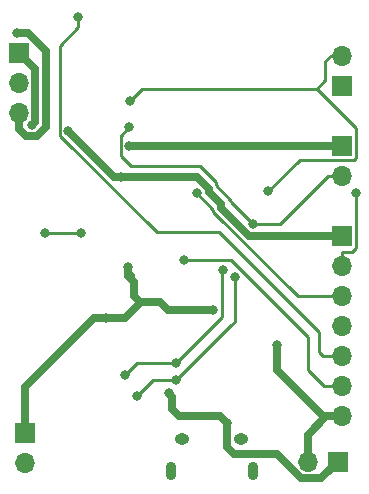
<source format=gbl>
G04 #@! TF.GenerationSoftware,KiCad,Pcbnew,(5.1.12)-1*
G04 #@! TF.CreationDate,2021-12-21T15:59:21+01:00*
G04 #@! TF.ProjectId,iot-postbox,696f742d-706f-4737-9462-6f782e6b6963,v0.3*
G04 #@! TF.SameCoordinates,Original*
G04 #@! TF.FileFunction,Copper,L2,Bot*
G04 #@! TF.FilePolarity,Positive*
%FSLAX46Y46*%
G04 Gerber Fmt 4.6, Leading zero omitted, Abs format (unit mm)*
G04 Created by KiCad (PCBNEW (5.1.12)-1) date 2021-12-21 15:59:21*
%MOMM*%
%LPD*%
G01*
G04 APERTURE LIST*
G04 #@! TA.AperFunction,ComponentPad*
%ADD10O,1.700000X1.700000*%
G04 #@! TD*
G04 #@! TA.AperFunction,ComponentPad*
%ADD11R,1.700000X1.700000*%
G04 #@! TD*
G04 #@! TA.AperFunction,ComponentPad*
%ADD12O,0.890000X1.550000*%
G04 #@! TD*
G04 #@! TA.AperFunction,ComponentPad*
%ADD13O,1.250000X0.950000*%
G04 #@! TD*
G04 #@! TA.AperFunction,ViaPad*
%ADD14C,0.800000*%
G04 #@! TD*
G04 #@! TA.AperFunction,Conductor*
%ADD15C,0.250000*%
G04 #@! TD*
G04 #@! TA.AperFunction,Conductor*
%ADD16C,0.650000*%
G04 #@! TD*
G04 APERTURE END LIST*
D10*
X101669000Y-120720000D03*
X101669000Y-118180000D03*
D11*
X101669000Y-115640000D03*
D10*
X129032000Y-146418000D03*
X129032000Y-143878000D03*
X129032000Y-141338000D03*
X129032000Y-138798000D03*
X129032000Y-136258000D03*
X129032000Y-133718000D03*
D11*
X129032000Y-131178000D03*
X102180000Y-147820000D03*
D10*
X102180000Y-150360000D03*
D12*
X121510000Y-151020000D03*
X114510000Y-151020000D03*
D13*
X120510000Y-148320000D03*
X115510000Y-148320000D03*
D10*
X126120000Y-150260000D03*
D11*
X128660000Y-150260000D03*
X129030000Y-118420000D03*
D10*
X129030000Y-115880000D03*
D11*
X129030000Y-123520000D03*
D10*
X129030000Y-126060000D03*
D14*
X115672000Y-133172000D03*
X122785000Y-127380000D03*
X111039000Y-119763000D03*
X121464000Y-130121000D03*
X111020000Y-121922000D03*
X106705000Y-112573000D03*
X130205000Y-127532000D03*
X116713000Y-127483000D03*
X101553000Y-114002700D03*
X114369000Y-144490000D03*
X119278000Y-146952000D03*
X110342000Y-126134000D03*
X105871000Y-122300000D03*
X102796000Y-121747800D03*
X111015000Y-123496000D03*
X123546000Y-140411000D03*
X109068000Y-138125000D03*
X110947000Y-133756000D03*
X118127000Y-137451000D03*
X111658000Y-144704000D03*
X114997000Y-143339000D03*
X119939000Y-134620000D03*
X118923000Y-134010000D03*
X110617000Y-142951000D03*
X114989000Y-141904000D03*
X103848780Y-130899820D03*
X106958780Y-130899820D03*
D15*
X129024000Y-143870000D02*
X129032000Y-143878000D01*
X129024000Y-143870000D02*
X129035000Y-143870000D01*
X115672000Y-133172000D02*
X119659000Y-133172000D01*
X119659000Y-133172000D02*
X119659000Y-133198000D01*
X119659000Y-133198000D02*
X126136000Y-139675000D01*
X126136000Y-139675000D02*
X126136000Y-142469000D01*
X126136000Y-142469000D02*
X127538000Y-143870000D01*
X127538000Y-143870000D02*
X129024000Y-143870000D01*
X126876000Y-118680000D02*
X127591000Y-117964000D01*
X127591000Y-117964000D02*
X127591000Y-116376000D01*
X127591000Y-116376000D02*
X128087000Y-115880000D01*
X128087000Y-115880000D02*
X129030000Y-115880000D01*
X126876000Y-118680000D02*
X130205000Y-122009000D01*
X130205000Y-122009000D02*
X130205000Y-124563000D01*
X130205000Y-124563000D02*
X130073000Y-124695000D01*
X130073000Y-124695000D02*
X125470000Y-124695000D01*
X125470000Y-124695000D02*
X122785000Y-127380000D01*
X126876000Y-118680000D02*
X112122000Y-118680000D01*
X112122000Y-118680000D02*
X111039000Y-119763000D01*
X129030000Y-126060000D02*
X127855000Y-126060000D01*
X127855000Y-126060000D02*
X123793000Y-130121000D01*
X123793000Y-130121000D02*
X121464000Y-130121000D01*
X119658780Y-128315780D02*
X121464000Y-130121000D01*
X119658780Y-128159820D02*
X119658780Y-128315780D01*
X118358780Y-126859820D02*
X119658780Y-128159820D01*
X118358780Y-126619820D02*
X118358780Y-126859820D01*
X111138780Y-125269820D02*
X117008780Y-125269820D01*
X110290000Y-124421040D02*
X111138780Y-125269820D01*
X110290000Y-122652000D02*
X110290000Y-124421040D01*
X117008780Y-125269820D02*
X118358780Y-126619820D01*
X111020000Y-121922000D02*
X110290000Y-122652000D01*
X129024000Y-141330000D02*
X129032000Y-141338000D01*
X129024000Y-141330000D02*
X127436000Y-141330000D01*
X127436000Y-141330000D02*
X127051000Y-140945000D01*
X127051000Y-140945000D02*
X127051000Y-139268000D01*
X127051000Y-139268000D02*
X118635000Y-130852000D01*
X118635000Y-130852000D02*
X117382000Y-130852000D01*
X129035000Y-141330000D02*
X129024000Y-141330000D01*
X117382000Y-130852000D02*
X117162000Y-130852000D01*
X117162000Y-130852000D02*
X113328000Y-130852000D01*
X113328000Y-130852000D02*
X105132000Y-122657000D01*
X105132000Y-122657000D02*
X105132000Y-115052000D01*
X105132000Y-115052000D02*
X106710000Y-113474000D01*
X106710000Y-113474000D02*
X106710000Y-112578000D01*
X106710000Y-112578000D02*
X106705000Y-112573000D01*
X117382000Y-130852000D02*
X117162000Y-130852000D01*
X129035000Y-133122500D02*
X129032000Y-133125500D01*
X129032000Y-133125500D02*
X129032000Y-133718000D01*
X129035000Y-133122500D02*
X129035000Y-132535000D01*
X129035000Y-132535000D02*
X129843000Y-132535000D01*
X129843000Y-132535000D02*
X130210000Y-132167000D01*
X130210000Y-132167000D02*
X130210000Y-127537000D01*
X130210000Y-127537000D02*
X130205000Y-127532000D01*
X129035000Y-133710000D02*
X129035000Y-133122500D01*
X129024000Y-136250000D02*
X129032000Y-136258000D01*
X129024000Y-136250000D02*
X125294000Y-136250000D01*
X125294000Y-136250000D02*
X118145000Y-129100000D01*
X118145000Y-129100000D02*
X118145000Y-128914000D01*
X118145000Y-128914000D02*
X116713000Y-127483000D01*
X129035000Y-136250000D02*
X129024000Y-136250000D01*
D16*
X129032000Y-131170000D02*
X121143000Y-131170000D01*
X121143000Y-131170000D02*
X118795000Y-128821000D01*
X118795000Y-128821000D02*
X118795000Y-128447000D01*
X118795000Y-128447000D02*
X117754000Y-127406000D01*
X117754000Y-127406000D02*
X117754000Y-127155000D01*
X117754000Y-127155000D02*
X116733000Y-126134000D01*
X116733000Y-126134000D02*
X110342000Y-126134000D01*
X129035000Y-131170000D02*
X129032000Y-131170000D01*
X129032000Y-131178000D02*
X129032000Y-131170000D01*
X101669000Y-122095300D02*
X102246800Y-122673100D01*
X102246800Y-122673100D02*
X103182300Y-122673100D01*
X103182300Y-122673100D02*
X103938100Y-121917300D01*
X103938100Y-121917300D02*
X103938100Y-115455700D01*
X103938100Y-115455700D02*
X102485100Y-114002700D01*
X102485100Y-114002700D02*
X101553000Y-114002700D01*
X101669000Y-120720000D02*
X101669000Y-122095300D01*
X114369000Y-144490000D02*
X114669000Y-144790000D01*
X114669000Y-144790000D02*
X114669000Y-145790000D01*
X114669000Y-145790000D02*
X115269000Y-146390000D01*
X115269000Y-146390000D02*
X118717000Y-146390000D01*
X118717000Y-146390000D02*
X119278000Y-146952000D01*
X110342000Y-126134000D02*
X109706000Y-126134000D01*
X109706000Y-126134000D02*
X105871000Y-122300000D01*
X128660000Y-150260000D02*
X127242000Y-151678000D01*
X127242000Y-151678000D02*
X125573000Y-151678000D01*
X125573000Y-151678000D02*
X123515000Y-149620000D01*
X123515000Y-149620000D02*
X119851000Y-149620000D01*
X119851000Y-149620000D02*
X119278000Y-149047000D01*
X119278000Y-149047000D02*
X119278000Y-146952000D01*
X102796000Y-121747800D02*
X103047900Y-121495900D01*
X103047900Y-121495900D02*
X103047900Y-117018900D01*
X103047900Y-117018900D02*
X101669000Y-115640000D01*
X111015000Y-123496000D02*
X127631000Y-123496000D01*
X127631000Y-123496000D02*
X127655000Y-123520000D01*
X127655000Y-123520000D02*
X129030000Y-123520000D01*
X127673000Y-146418000D02*
X127432000Y-146418000D01*
X127432000Y-146418000D02*
X123546000Y-142532000D01*
X123546000Y-142532000D02*
X123546000Y-140411000D01*
X129032000Y-146418000D02*
X127673000Y-146418000D01*
X126120000Y-150260000D02*
X126120000Y-147971000D01*
X126120000Y-147971000D02*
X127673000Y-146418000D01*
X110947000Y-134315000D02*
X111176000Y-134544000D01*
X110947000Y-133756000D02*
X110947000Y-134315000D01*
X109068000Y-138125000D02*
X108000000Y-138125000D01*
X108000000Y-138125000D02*
X102180000Y-143945000D01*
X102180000Y-143945000D02*
X102180000Y-147820000D01*
X111938000Y-136779000D02*
X111938000Y-136809000D01*
X111938000Y-136809000D02*
X110622000Y-138125000D01*
X110622000Y-138125000D02*
X109068000Y-138125000D01*
X111938000Y-136779000D02*
X113640000Y-136779000D01*
X113640000Y-136779000D02*
X114312000Y-137451000D01*
X114312000Y-137451000D02*
X118127000Y-137451000D01*
X110947000Y-134315000D02*
X110947000Y-134569000D01*
X110947000Y-134569000D02*
X111404000Y-135026000D01*
X111404000Y-135026000D02*
X111404000Y-136246000D01*
X111404000Y-136246000D02*
X111938000Y-136779000D01*
D15*
X119939000Y-134620000D02*
X119939000Y-138398000D01*
X119939000Y-138398000D02*
X119638000Y-138698000D01*
X119638000Y-138698000D02*
X114997000Y-143339000D01*
X114997000Y-143339000D02*
X113023000Y-143339000D01*
X113023000Y-143339000D02*
X111658000Y-144704000D01*
X114989000Y-141904000D02*
X118884000Y-138008000D01*
X118884000Y-138008000D02*
X118884000Y-134049000D01*
X118884000Y-134049000D02*
X118923000Y-134010000D01*
X114989000Y-141904000D02*
X111664000Y-141904000D01*
X111664000Y-141904000D02*
X110617000Y-142951000D01*
X103848780Y-130899820D02*
X106958780Y-130899820D01*
M02*

</source>
